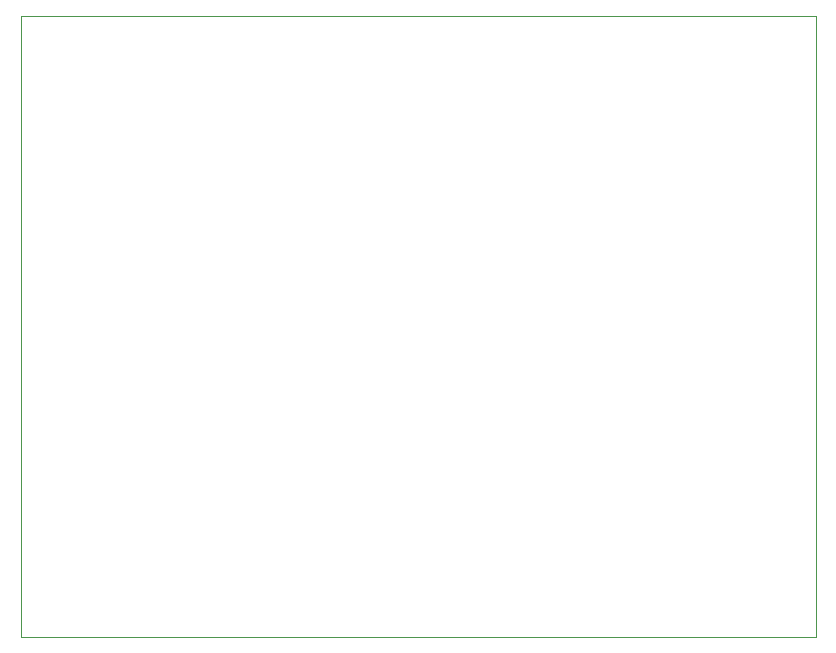
<source format=gm1>
G04 #@! TF.GenerationSoftware,KiCad,Pcbnew,5.0.1*
G04 #@! TF.CreationDate,2019-01-11T11:30:51+00:00*
G04 #@! TF.ProjectId,lc1,6C63312E6B696361645F706362000000,rev?*
G04 #@! TF.SameCoordinates,Original*
G04 #@! TF.FileFunction,Profile,NP*
%FSLAX46Y46*%
G04 Gerber Fmt 4.6, Leading zero omitted, Abs format (unit mm)*
G04 Created by KiCad (PCBNEW 5.0.1) date Fri 11 Jan 2019 11:30:51 GMT*
%MOMM*%
%LPD*%
G01*
G04 APERTURE LIST*
%ADD10C,0.100000*%
G04 APERTURE END LIST*
D10*
X106680000Y-133350000D02*
X173990000Y-133350000D01*
X173990000Y-80772000D02*
X173990000Y-133350000D01*
X106680000Y-80772000D02*
X173990000Y-80772000D01*
X106680000Y-80772000D02*
X106680000Y-133350000D01*
M02*

</source>
